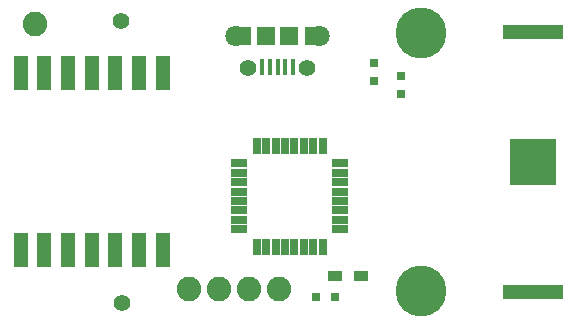
<source format=gbr>
G04 #@! TF.FileFunction,Soldermask,Bot*
%FSLAX46Y46*%
G04 Gerber Fmt 4.6, Leading zero omitted, Abs format (unit mm)*
G04 Created by KiCad (PCBNEW 4.0.7-e2-6376~61~ubuntu18.04.1) date Tue Jul 31 19:09:39 2018*
%MOMM*%
%LPD*%
G01*
G04 APERTURE LIST*
%ADD10C,0.100000*%
%ADD11R,1.200000X0.900000*%
%ADD12R,1.473200X0.762000*%
%ADD13R,0.762000X1.473200*%
%ADD14R,1.198880X2.999740*%
%ADD15R,3.960000X3.960000*%
%ADD16R,5.080000X1.270000*%
%ADD17C,1.397000*%
%ADD18C,4.318000*%
%ADD19R,0.800000X0.800000*%
%ADD20C,2.082800*%
%ADD21R,0.750000X0.800000*%
%ADD22R,0.450000X1.350000*%
%ADD23C,1.408000*%
%ADD24C,1.800000*%
%ADD25R,1.500000X1.550000*%
G04 APERTURE END LIST*
D10*
D11*
X105961000Y-85852000D03*
X108161000Y-85852000D03*
D12*
X97815400Y-81920080D03*
X97815400Y-81119980D03*
X97815400Y-80319880D03*
X97815400Y-79519780D03*
X97815400Y-78722220D03*
X97815400Y-77922120D03*
X97815400Y-77122020D03*
X97815400Y-76321920D03*
D13*
X99308920Y-74828400D03*
X100109020Y-74828400D03*
X100909120Y-74828400D03*
X101709220Y-74828400D03*
X102506780Y-74828400D03*
X103306880Y-74828400D03*
X104106980Y-74828400D03*
X104907080Y-74828400D03*
D12*
X106400600Y-76321920D03*
X106400600Y-77122020D03*
X106400600Y-77922120D03*
X106400600Y-78722220D03*
X106400600Y-79519780D03*
X106400600Y-80319880D03*
X106400600Y-81119980D03*
X106400600Y-81920080D03*
D13*
X104907080Y-83413600D03*
X104106980Y-83413600D03*
X103306880Y-83413600D03*
X102506780Y-83413600D03*
X101709220Y-83413600D03*
X100909120Y-83413600D03*
X100109020Y-83413600D03*
X99308920Y-83413600D03*
D14*
X79344520Y-68701920D03*
X81346040Y-68701920D03*
X83345020Y-68701920D03*
X85344000Y-68701920D03*
X87342980Y-68701920D03*
X89341960Y-68701920D03*
X91343480Y-68701920D03*
X91343480Y-83698080D03*
X89341960Y-83698080D03*
X87342980Y-83698080D03*
X85344000Y-83698080D03*
X83345020Y-83698080D03*
X81346040Y-83698080D03*
X79344520Y-83698080D03*
D15*
X122682000Y-76200000D03*
D16*
X122682000Y-87185000D03*
X122682000Y-65215000D03*
D17*
X87833200Y-64262000D03*
D18*
X113233200Y-65278000D03*
D19*
X105956000Y-87630000D03*
X104356000Y-87630000D03*
D20*
X93599000Y-86995000D03*
X96139000Y-86995000D03*
X98679000Y-86995000D03*
X101219000Y-86995000D03*
X80518000Y-64516000D03*
D18*
X113233200Y-87122000D03*
D17*
X87884000Y-88138000D03*
D21*
X111506000Y-70473000D03*
X111506000Y-68973000D03*
X109220000Y-69330000D03*
X109220000Y-67830000D03*
D22*
X99792000Y-68207000D03*
X100442000Y-68207000D03*
X101092000Y-68207000D03*
X101742000Y-68207000D03*
X102392000Y-68207000D03*
D23*
X98592000Y-68232000D03*
X103592000Y-68232000D03*
D24*
X97592000Y-65532000D03*
X104592000Y-65532000D03*
D25*
X100092000Y-65532000D03*
X102092000Y-65532000D03*
X98042000Y-65532000D03*
X104142000Y-65532000D03*
M02*

</source>
